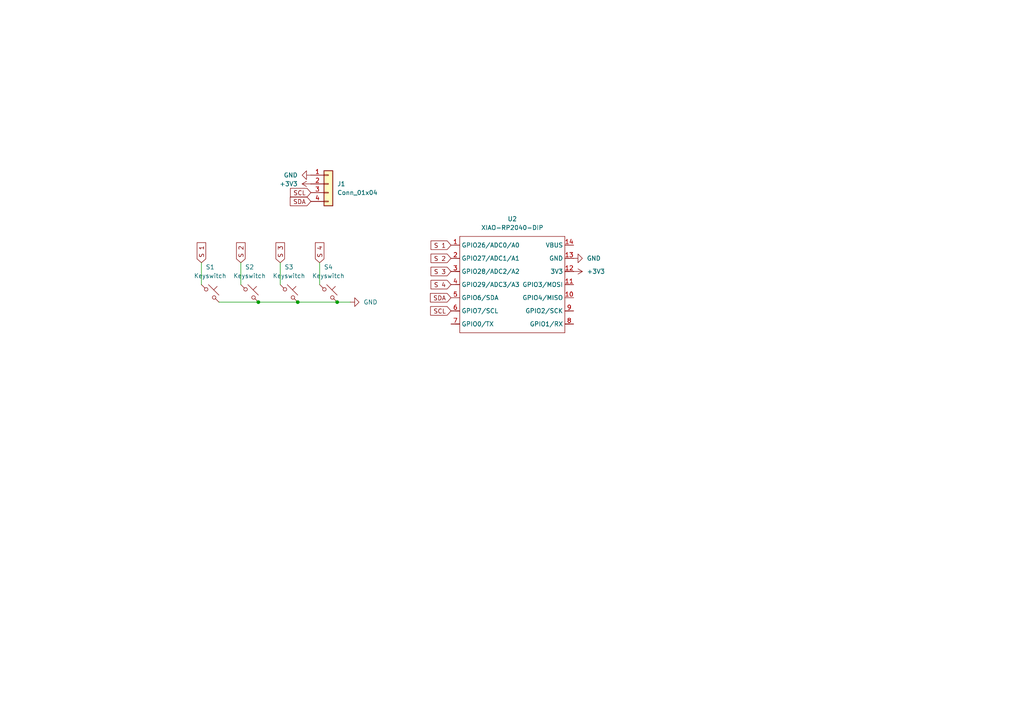
<source format=kicad_sch>
(kicad_sch
	(version 20250114)
	(generator "eeschema")
	(generator_version "9.0")
	(uuid "915d7380-e3df-4b7b-88f8-adf5db37ffc9")
	(paper "A4")
	(lib_symbols
		(symbol "Connector_Generic:Conn_01x04"
			(pin_names
				(offset 1.016)
				(hide yes)
			)
			(exclude_from_sim no)
			(in_bom yes)
			(on_board yes)
			(property "Reference" "J"
				(at 0 5.08 0)
				(effects
					(font
						(size 1.27 1.27)
					)
				)
			)
			(property "Value" "Conn_01x04"
				(at 0 -7.62 0)
				(effects
					(font
						(size 1.27 1.27)
					)
				)
			)
			(property "Footprint" ""
				(at 0 0 0)
				(effects
					(font
						(size 1.27 1.27)
					)
					(hide yes)
				)
			)
			(property "Datasheet" "~"
				(at 0 0 0)
				(effects
					(font
						(size 1.27 1.27)
					)
					(hide yes)
				)
			)
			(property "Description" "Generic connector, single row, 01x04, script generated (kicad-library-utils/schlib/autogen/connector/)"
				(at 0 0 0)
				(effects
					(font
						(size 1.27 1.27)
					)
					(hide yes)
				)
			)
			(property "ki_keywords" "connector"
				(at 0 0 0)
				(effects
					(font
						(size 1.27 1.27)
					)
					(hide yes)
				)
			)
			(property "ki_fp_filters" "Connector*:*_1x??_*"
				(at 0 0 0)
				(effects
					(font
						(size 1.27 1.27)
					)
					(hide yes)
				)
			)
			(symbol "Conn_01x04_1_1"
				(rectangle
					(start -1.27 3.81)
					(end 1.27 -6.35)
					(stroke
						(width 0.254)
						(type default)
					)
					(fill
						(type background)
					)
				)
				(rectangle
					(start -1.27 2.667)
					(end 0 2.413)
					(stroke
						(width 0.1524)
						(type default)
					)
					(fill
						(type none)
					)
				)
				(rectangle
					(start -1.27 0.127)
					(end 0 -0.127)
					(stroke
						(width 0.1524)
						(type default)
					)
					(fill
						(type none)
					)
				)
				(rectangle
					(start -1.27 -2.413)
					(end 0 -2.667)
					(stroke
						(width 0.1524)
						(type default)
					)
					(fill
						(type none)
					)
				)
				(rectangle
					(start -1.27 -4.953)
					(end 0 -5.207)
					(stroke
						(width 0.1524)
						(type default)
					)
					(fill
						(type none)
					)
				)
				(pin passive line
					(at -5.08 2.54 0)
					(length 3.81)
					(name "Pin_1"
						(effects
							(font
								(size 1.27 1.27)
							)
						)
					)
					(number "1"
						(effects
							(font
								(size 1.27 1.27)
							)
						)
					)
				)
				(pin passive line
					(at -5.08 0 0)
					(length 3.81)
					(name "Pin_2"
						(effects
							(font
								(size 1.27 1.27)
							)
						)
					)
					(number "2"
						(effects
							(font
								(size 1.27 1.27)
							)
						)
					)
				)
				(pin passive line
					(at -5.08 -2.54 0)
					(length 3.81)
					(name "Pin_3"
						(effects
							(font
								(size 1.27 1.27)
							)
						)
					)
					(number "3"
						(effects
							(font
								(size 1.27 1.27)
							)
						)
					)
				)
				(pin passive line
					(at -5.08 -5.08 0)
					(length 3.81)
					(name "Pin_4"
						(effects
							(font
								(size 1.27 1.27)
							)
						)
					)
					(number "4"
						(effects
							(font
								(size 1.27 1.27)
							)
						)
					)
				)
			)
			(embedded_fonts no)
		)
		(symbol "OPL:XIAO-RP2040-DIP"
			(exclude_from_sim no)
			(in_bom yes)
			(on_board yes)
			(property "Reference" "U"
				(at 0 0 0)
				(effects
					(font
						(size 1.27 1.27)
					)
				)
			)
			(property "Value" "XIAO-RP2040-DIP"
				(at 5.334 -1.778 0)
				(effects
					(font
						(size 1.27 1.27)
					)
				)
			)
			(property "Footprint" "Module:MOUDLE14P-XIAO-DIP-SMD"
				(at 14.478 -32.258 0)
				(effects
					(font
						(size 1.27 1.27)
					)
					(hide yes)
				)
			)
			(property "Datasheet" ""
				(at 0 0 0)
				(effects
					(font
						(size 1.27 1.27)
					)
					(hide yes)
				)
			)
			(property "Description" ""
				(at 0 0 0)
				(effects
					(font
						(size 1.27 1.27)
					)
					(hide yes)
				)
			)
			(symbol "XIAO-RP2040-DIP_1_0"
				(polyline
					(pts
						(xy -1.27 -2.54) (xy 29.21 -2.54)
					)
					(stroke
						(width 0.1524)
						(type solid)
					)
					(fill
						(type none)
					)
				)
				(polyline
					(pts
						(xy -1.27 -5.08) (xy -2.54 -5.08)
					)
					(stroke
						(width 0.1524)
						(type solid)
					)
					(fill
						(type none)
					)
				)
				(polyline
					(pts
						(xy -1.27 -5.08) (xy -1.27 -2.54)
					)
					(stroke
						(width 0.1524)
						(type solid)
					)
					(fill
						(type none)
					)
				)
				(polyline
					(pts
						(xy -1.27 -8.89) (xy -2.54 -8.89)
					)
					(stroke
						(width 0.1524)
						(type solid)
					)
					(fill
						(type none)
					)
				)
				(polyline
					(pts
						(xy -1.27 -8.89) (xy -1.27 -5.08)
					)
					(stroke
						(width 0.1524)
						(type solid)
					)
					(fill
						(type none)
					)
				)
				(polyline
					(pts
						(xy -1.27 -12.7) (xy -2.54 -12.7)
					)
					(stroke
						(width 0.1524)
						(type solid)
					)
					(fill
						(type none)
					)
				)
				(polyline
					(pts
						(xy -1.27 -12.7) (xy -1.27 -8.89)
					)
					(stroke
						(width 0.1524)
						(type solid)
					)
					(fill
						(type none)
					)
				)
				(polyline
					(pts
						(xy -1.27 -16.51) (xy -2.54 -16.51)
					)
					(stroke
						(width 0.1524)
						(type solid)
					)
					(fill
						(type none)
					)
				)
				(polyline
					(pts
						(xy -1.27 -16.51) (xy -1.27 -12.7)
					)
					(stroke
						(width 0.1524)
						(type solid)
					)
					(fill
						(type none)
					)
				)
				(polyline
					(pts
						(xy -1.27 -20.32) (xy -2.54 -20.32)
					)
					(stroke
						(width 0.1524)
						(type solid)
					)
					(fill
						(type none)
					)
				)
				(polyline
					(pts
						(xy -1.27 -24.13) (xy -2.54 -24.13)
					)
					(stroke
						(width 0.1524)
						(type solid)
					)
					(fill
						(type none)
					)
				)
				(polyline
					(pts
						(xy -1.27 -27.94) (xy -2.54 -27.94)
					)
					(stroke
						(width 0.1524)
						(type solid)
					)
					(fill
						(type none)
					)
				)
				(polyline
					(pts
						(xy -1.27 -30.48) (xy -1.27 -16.51)
					)
					(stroke
						(width 0.1524)
						(type solid)
					)
					(fill
						(type none)
					)
				)
				(polyline
					(pts
						(xy 29.21 -2.54) (xy 29.21 -5.08)
					)
					(stroke
						(width 0.1524)
						(type solid)
					)
					(fill
						(type none)
					)
				)
				(polyline
					(pts
						(xy 29.21 -5.08) (xy 29.21 -8.89)
					)
					(stroke
						(width 0.1524)
						(type solid)
					)
					(fill
						(type none)
					)
				)
				(polyline
					(pts
						(xy 29.21 -8.89) (xy 29.21 -12.7)
					)
					(stroke
						(width 0.1524)
						(type solid)
					)
					(fill
						(type none)
					)
				)
				(polyline
					(pts
						(xy 29.21 -12.7) (xy 29.21 -30.48)
					)
					(stroke
						(width 0.1524)
						(type solid)
					)
					(fill
						(type none)
					)
				)
				(polyline
					(pts
						(xy 29.21 -30.48) (xy -1.27 -30.48)
					)
					(stroke
						(width 0.1524)
						(type solid)
					)
					(fill
						(type none)
					)
				)
				(polyline
					(pts
						(xy 30.48 -5.08) (xy 29.21 -5.08)
					)
					(stroke
						(width 0.1524)
						(type solid)
					)
					(fill
						(type none)
					)
				)
				(polyline
					(pts
						(xy 30.48 -8.89) (xy 29.21 -8.89)
					)
					(stroke
						(width 0.1524)
						(type solid)
					)
					(fill
						(type none)
					)
				)
				(polyline
					(pts
						(xy 30.48 -12.7) (xy 29.21 -12.7)
					)
					(stroke
						(width 0.1524)
						(type solid)
					)
					(fill
						(type none)
					)
				)
				(polyline
					(pts
						(xy 30.48 -16.51) (xy 29.21 -16.51)
					)
					(stroke
						(width 0.1524)
						(type solid)
					)
					(fill
						(type none)
					)
				)
				(polyline
					(pts
						(xy 30.48 -20.32) (xy 29.21 -20.32)
					)
					(stroke
						(width 0.1524)
						(type solid)
					)
					(fill
						(type none)
					)
				)
				(polyline
					(pts
						(xy 30.48 -24.13) (xy 29.21 -24.13)
					)
					(stroke
						(width 0.1524)
						(type solid)
					)
					(fill
						(type none)
					)
				)
				(polyline
					(pts
						(xy 30.48 -27.94) (xy 29.21 -27.94)
					)
					(stroke
						(width 0.1524)
						(type solid)
					)
					(fill
						(type none)
					)
				)
				(pin passive line
					(at -3.81 -5.08 0)
					(length 2.54)
					(name "GPIO26/ADC0/A0"
						(effects
							(font
								(size 1.27 1.27)
							)
						)
					)
					(number "1"
						(effects
							(font
								(size 1.27 1.27)
							)
						)
					)
				)
				(pin passive line
					(at -3.81 -8.89 0)
					(length 2.54)
					(name "GPIO27/ADC1/A1"
						(effects
							(font
								(size 1.27 1.27)
							)
						)
					)
					(number "2"
						(effects
							(font
								(size 1.27 1.27)
							)
						)
					)
				)
				(pin passive line
					(at -3.81 -12.7 0)
					(length 2.54)
					(name "GPIO28/ADC2/A2"
						(effects
							(font
								(size 1.27 1.27)
							)
						)
					)
					(number "3"
						(effects
							(font
								(size 1.27 1.27)
							)
						)
					)
				)
				(pin passive line
					(at -3.81 -16.51 0)
					(length 2.54)
					(name "GPIO29/ADC3/A3"
						(effects
							(font
								(size 1.27 1.27)
							)
						)
					)
					(number "4"
						(effects
							(font
								(size 1.27 1.27)
							)
						)
					)
				)
				(pin passive line
					(at -3.81 -20.32 0)
					(length 2.54)
					(name "GPIO6/SDA"
						(effects
							(font
								(size 1.27 1.27)
							)
						)
					)
					(number "5"
						(effects
							(font
								(size 1.27 1.27)
							)
						)
					)
				)
				(pin passive line
					(at -3.81 -24.13 0)
					(length 2.54)
					(name "GPIO7/SCL"
						(effects
							(font
								(size 1.27 1.27)
							)
						)
					)
					(number "6"
						(effects
							(font
								(size 1.27 1.27)
							)
						)
					)
				)
				(pin passive line
					(at -3.81 -27.94 0)
					(length 2.54)
					(name "GPIO0/TX"
						(effects
							(font
								(size 1.27 1.27)
							)
						)
					)
					(number "7"
						(effects
							(font
								(size 1.27 1.27)
							)
						)
					)
				)
				(pin passive line
					(at 31.75 -5.08 180)
					(length 2.54)
					(name "VBUS"
						(effects
							(font
								(size 1.27 1.27)
							)
						)
					)
					(number "14"
						(effects
							(font
								(size 1.27 1.27)
							)
						)
					)
				)
				(pin passive line
					(at 31.75 -8.89 180)
					(length 2.54)
					(name "GND"
						(effects
							(font
								(size 1.27 1.27)
							)
						)
					)
					(number "13"
						(effects
							(font
								(size 1.27 1.27)
							)
						)
					)
				)
				(pin passive line
					(at 31.75 -12.7 180)
					(length 2.54)
					(name "3V3"
						(effects
							(font
								(size 1.27 1.27)
							)
						)
					)
					(number "12"
						(effects
							(font
								(size 1.27 1.27)
							)
						)
					)
				)
				(pin passive line
					(at 31.75 -16.51 180)
					(length 2.54)
					(name "GPIO3/MOSI"
						(effects
							(font
								(size 1.27 1.27)
							)
						)
					)
					(number "11"
						(effects
							(font
								(size 1.27 1.27)
							)
						)
					)
				)
				(pin passive line
					(at 31.75 -20.32 180)
					(length 2.54)
					(name "GPIO4/MISO"
						(effects
							(font
								(size 1.27 1.27)
							)
						)
					)
					(number "10"
						(effects
							(font
								(size 1.27 1.27)
							)
						)
					)
				)
				(pin passive line
					(at 31.75 -24.13 180)
					(length 2.54)
					(name "GPIO2/SCK"
						(effects
							(font
								(size 1.27 1.27)
							)
						)
					)
					(number "9"
						(effects
							(font
								(size 1.27 1.27)
							)
						)
					)
				)
				(pin passive line
					(at 31.75 -27.94 180)
					(length 2.54)
					(name "GPIO1/RX"
						(effects
							(font
								(size 1.27 1.27)
							)
						)
					)
					(number "8"
						(effects
							(font
								(size 1.27 1.27)
							)
						)
					)
				)
			)
			(embedded_fonts no)
		)
		(symbol "ScottoKeebs:Placeholder_Keyswitch"
			(pin_numbers
				(hide yes)
			)
			(pin_names
				(offset 1.016)
				(hide yes)
			)
			(exclude_from_sim no)
			(in_bom yes)
			(on_board yes)
			(property "Reference" "S"
				(at 3.048 1.016 0)
				(effects
					(font
						(size 1.27 1.27)
					)
					(justify left)
				)
			)
			(property "Value" "Keyswitch"
				(at 0 -3.81 0)
				(effects
					(font
						(size 1.27 1.27)
					)
				)
			)
			(property "Footprint" ""
				(at 0 0 0)
				(effects
					(font
						(size 1.27 1.27)
					)
					(hide yes)
				)
			)
			(property "Datasheet" "~"
				(at 0 0 0)
				(effects
					(font
						(size 1.27 1.27)
					)
					(hide yes)
				)
			)
			(property "Description" "Push button switch, normally open, two pins, 45° tilted"
				(at 0 0 0)
				(effects
					(font
						(size 1.27 1.27)
					)
					(hide yes)
				)
			)
			(property "ki_keywords" "switch normally-open pushbutton push-button"
				(at 0 0 0)
				(effects
					(font
						(size 1.27 1.27)
					)
					(hide yes)
				)
			)
			(symbol "Placeholder_Keyswitch_0_1"
				(polyline
					(pts
						(xy -2.54 2.54) (xy -1.524 1.524) (xy -1.524 1.524)
					)
					(stroke
						(width 0)
						(type default)
					)
					(fill
						(type none)
					)
				)
				(circle
					(center -1.1684 1.1684)
					(radius 0.508)
					(stroke
						(width 0)
						(type default)
					)
					(fill
						(type none)
					)
				)
				(polyline
					(pts
						(xy -0.508 2.54) (xy 2.54 -0.508)
					)
					(stroke
						(width 0)
						(type default)
					)
					(fill
						(type none)
					)
				)
				(polyline
					(pts
						(xy 1.016 1.016) (xy 2.032 2.032)
					)
					(stroke
						(width 0)
						(type default)
					)
					(fill
						(type none)
					)
				)
				(circle
					(center 1.143 -1.1938)
					(radius 0.508)
					(stroke
						(width 0)
						(type default)
					)
					(fill
						(type none)
					)
				)
				(polyline
					(pts
						(xy 1.524 -1.524) (xy 2.54 -2.54) (xy 2.54 -2.54) (xy 2.54 -2.54)
					)
					(stroke
						(width 0)
						(type default)
					)
					(fill
						(type none)
					)
				)
				(pin passive line
					(at -2.54 2.54 0)
					(length 0)
					(name "1"
						(effects
							(font
								(size 1.27 1.27)
							)
						)
					)
					(number "1"
						(effects
							(font
								(size 1.27 1.27)
							)
						)
					)
				)
				(pin passive line
					(at 2.54 -2.54 180)
					(length 0)
					(name "2"
						(effects
							(font
								(size 1.27 1.27)
							)
						)
					)
					(number "2"
						(effects
							(font
								(size 1.27 1.27)
							)
						)
					)
				)
			)
			(embedded_fonts no)
		)
		(symbol "power:+3V3"
			(power)
			(pin_numbers
				(hide yes)
			)
			(pin_names
				(offset 0)
				(hide yes)
			)
			(exclude_from_sim no)
			(in_bom yes)
			(on_board yes)
			(property "Reference" "#PWR"
				(at 0 -3.81 0)
				(effects
					(font
						(size 1.27 1.27)
					)
					(hide yes)
				)
			)
			(property "Value" "+3V3"
				(at 0 3.556 0)
				(effects
					(font
						(size 1.27 1.27)
					)
				)
			)
			(property "Footprint" ""
				(at 0 0 0)
				(effects
					(font
						(size 1.27 1.27)
					)
					(hide yes)
				)
			)
			(property "Datasheet" ""
				(at 0 0 0)
				(effects
					(font
						(size 1.27 1.27)
					)
					(hide yes)
				)
			)
			(property "Description" "Power symbol creates a global label with name \"+3V3\""
				(at 0 0 0)
				(effects
					(font
						(size 1.27 1.27)
					)
					(hide yes)
				)
			)
			(property "ki_keywords" "global power"
				(at 0 0 0)
				(effects
					(font
						(size 1.27 1.27)
					)
					(hide yes)
				)
			)
			(symbol "+3V3_0_1"
				(polyline
					(pts
						(xy -0.762 1.27) (xy 0 2.54)
					)
					(stroke
						(width 0)
						(type default)
					)
					(fill
						(type none)
					)
				)
				(polyline
					(pts
						(xy 0 2.54) (xy 0.762 1.27)
					)
					(stroke
						(width 0)
						(type default)
					)
					(fill
						(type none)
					)
				)
				(polyline
					(pts
						(xy 0 0) (xy 0 2.54)
					)
					(stroke
						(width 0)
						(type default)
					)
					(fill
						(type none)
					)
				)
			)
			(symbol "+3V3_1_1"
				(pin power_in line
					(at 0 0 90)
					(length 0)
					(name "~"
						(effects
							(font
								(size 1.27 1.27)
							)
						)
					)
					(number "1"
						(effects
							(font
								(size 1.27 1.27)
							)
						)
					)
				)
			)
			(embedded_fonts no)
		)
		(symbol "power:GND"
			(power)
			(pin_numbers
				(hide yes)
			)
			(pin_names
				(offset 0)
				(hide yes)
			)
			(exclude_from_sim no)
			(in_bom yes)
			(on_board yes)
			(property "Reference" "#PWR"
				(at 0 -6.35 0)
				(effects
					(font
						(size 1.27 1.27)
					)
					(hide yes)
				)
			)
			(property "Value" "GND"
				(at 0 -3.81 0)
				(effects
					(font
						(size 1.27 1.27)
					)
				)
			)
			(property "Footprint" ""
				(at 0 0 0)
				(effects
					(font
						(size 1.27 1.27)
					)
					(hide yes)
				)
			)
			(property "Datasheet" ""
				(at 0 0 0)
				(effects
					(font
						(size 1.27 1.27)
					)
					(hide yes)
				)
			)
			(property "Description" "Power symbol creates a global label with name \"GND\" , ground"
				(at 0 0 0)
				(effects
					(font
						(size 1.27 1.27)
					)
					(hide yes)
				)
			)
			(property "ki_keywords" "global power"
				(at 0 0 0)
				(effects
					(font
						(size 1.27 1.27)
					)
					(hide yes)
				)
			)
			(symbol "GND_0_1"
				(polyline
					(pts
						(xy 0 0) (xy 0 -1.27) (xy 1.27 -1.27) (xy 0 -2.54) (xy -1.27 -1.27) (xy 0 -1.27)
					)
					(stroke
						(width 0)
						(type default)
					)
					(fill
						(type none)
					)
				)
			)
			(symbol "GND_1_1"
				(pin power_in line
					(at 0 0 270)
					(length 0)
					(name "~"
						(effects
							(font
								(size 1.27 1.27)
							)
						)
					)
					(number "1"
						(effects
							(font
								(size 1.27 1.27)
							)
						)
					)
				)
			)
			(embedded_fonts no)
		)
	)
	(junction
		(at 86.36 87.63)
		(diameter 0)
		(color 0 0 0 0)
		(uuid "1e27ec34-706a-481f-baab-f1551ba1ab1c")
	)
	(junction
		(at 97.79 87.63)
		(diameter 0)
		(color 0 0 0 0)
		(uuid "31b82976-2ef7-4f55-a43c-e6269e8315b1")
	)
	(junction
		(at 74.93 87.63)
		(diameter 0)
		(color 0 0 0 0)
		(uuid "8c54afdf-8a50-4327-bfbd-aa94cbc8309f")
	)
	(wire
		(pts
			(xy 74.93 87.63) (xy 86.36 87.63)
		)
		(stroke
			(width 0)
			(type default)
		)
		(uuid "068ac120-20d4-46be-a483-30da4ef919fc")
	)
	(wire
		(pts
			(xy 58.42 76.2) (xy 58.42 82.55)
		)
		(stroke
			(width 0)
			(type default)
		)
		(uuid "19515590-6007-4298-a9fa-37296a625f08")
	)
	(wire
		(pts
			(xy 63.5 87.63) (xy 74.93 87.63)
		)
		(stroke
			(width 0)
			(type default)
		)
		(uuid "5bc4aa5e-2ade-49da-b843-fd80b1ef599d")
	)
	(wire
		(pts
			(xy 92.71 76.2) (xy 92.71 82.55)
		)
		(stroke
			(width 0)
			(type default)
		)
		(uuid "5da03e5f-5481-4e33-966b-51fba6194031")
	)
	(wire
		(pts
			(xy 69.85 76.2) (xy 69.85 82.55)
		)
		(stroke
			(width 0)
			(type default)
		)
		(uuid "795c90e8-7cb2-4c26-a36d-22ad6f3d9cea")
	)
	(wire
		(pts
			(xy 97.79 87.63) (xy 101.6 87.63)
		)
		(stroke
			(width 0)
			(type default)
		)
		(uuid "d7bb51cb-4b77-4a8e-8902-4c40ed0731c8")
	)
	(wire
		(pts
			(xy 86.36 87.63) (xy 97.79 87.63)
		)
		(stroke
			(width 0)
			(type default)
		)
		(uuid "e9846044-f20d-4b05-9894-03b734d28bc3")
	)
	(wire
		(pts
			(xy 81.28 76.2) (xy 81.28 82.55)
		)
		(stroke
			(width 0)
			(type default)
		)
		(uuid "f0c9903f-273c-45ba-98d8-7b659f28c9a2")
	)
	(global_label "SDA"
		(shape input)
		(at 130.81 86.36 180)
		(fields_autoplaced yes)
		(effects
			(font
				(size 1.27 1.27)
			)
			(justify right)
		)
		(uuid "2bfab5ad-07b6-4955-9452-b260a1784f1d")
		(property "Intersheetrefs" "${INTERSHEET_REFS}"
			(at 124.2567 86.36 0)
			(effects
				(font
					(size 1.27 1.27)
				)
				(justify right)
				(hide yes)
			)
		)
	)
	(global_label "SDA"
		(shape input)
		(at 90.17 58.42 180)
		(fields_autoplaced yes)
		(effects
			(font
				(size 1.27 1.27)
			)
			(justify right)
		)
		(uuid "44738134-943e-448e-b75e-7a7a088e0575")
		(property "Intersheetrefs" "${INTERSHEET_REFS}"
			(at 83.6167 58.42 0)
			(effects
				(font
					(size 1.27 1.27)
				)
				(justify right)
				(hide yes)
			)
		)
	)
	(global_label "S 3"
		(shape input)
		(at 130.81 78.74 180)
		(fields_autoplaced yes)
		(effects
			(font
				(size 1.27 1.27)
			)
			(justify right)
		)
		(uuid "509b0bc0-5650-4040-83b3-7ec357e7e3ea")
		(property "Intersheetrefs" "${INTERSHEET_REFS}"
			(at 124.4382 78.74 0)
			(effects
				(font
					(size 1.27 1.27)
				)
				(justify right)
				(hide yes)
			)
		)
	)
	(global_label "SCL"
		(shape input)
		(at 90.17 55.88 180)
		(fields_autoplaced yes)
		(effects
			(font
				(size 1.27 1.27)
			)
			(justify right)
		)
		(uuid "51d6dfe6-9b98-4980-bd17-9f159726e797")
		(property "Intersheetrefs" "${INTERSHEET_REFS}"
			(at 83.6772 55.88 0)
			(effects
				(font
					(size 1.27 1.27)
				)
				(justify right)
				(hide yes)
			)
		)
	)
	(global_label "S 1"
		(shape input)
		(at 58.42 76.2 90)
		(fields_autoplaced yes)
		(effects
			(font
				(size 1.27 1.27)
			)
			(justify left)
		)
		(uuid "851bdc95-13ca-4bb4-ad84-b8589c6da5e4")
		(property "Intersheetrefs" "${INTERSHEET_REFS}"
			(at 58.42 69.8282 90)
			(effects
				(font
					(size 1.27 1.27)
				)
				(justify left)
				(hide yes)
			)
		)
	)
	(global_label "S 3"
		(shape input)
		(at 81.28 76.2 90)
		(fields_autoplaced yes)
		(effects
			(font
				(size 1.27 1.27)
			)
			(justify left)
		)
		(uuid "863dfdb2-fa83-4215-852d-ed75b0fd4cec")
		(property "Intersheetrefs" "${INTERSHEET_REFS}"
			(at 81.28 69.8282 90)
			(effects
				(font
					(size 1.27 1.27)
				)
				(justify left)
				(hide yes)
			)
		)
	)
	(global_label "S 4"
		(shape input)
		(at 130.81 82.55 180)
		(fields_autoplaced yes)
		(effects
			(font
				(size 1.27 1.27)
			)
			(justify right)
		)
		(uuid "8fdb70bc-eac9-4307-8a2a-eac3a952b792")
		(property "Intersheetrefs" "${INTERSHEET_REFS}"
			(at 124.4382 82.55 0)
			(effects
				(font
					(size 1.27 1.27)
				)
				(justify right)
				(hide yes)
			)
		)
	)
	(global_label "S 4"
		(shape input)
		(at 92.71 76.2 90)
		(fields_autoplaced yes)
		(effects
			(font
				(size 1.27 1.27)
			)
			(justify left)
		)
		(uuid "ba4dcc8d-4a3f-47b3-b8b9-035c158c16ca")
		(property "Intersheetrefs" "${INTERSHEET_REFS}"
			(at 92.71 69.8282 90)
			(effects
				(font
					(size 1.27 1.27)
				)
				(justify left)
				(hide yes)
			)
		)
	)
	(global_label "SCL"
		(shape input)
		(at 130.81 90.17 180)
		(effects
			(font
				(size 1.27 1.27)
			)
			(justify right)
		)
		(uuid "bc9ae2d6-f58c-4504-8266-97f81404a879")
		(property "Intersheetrefs" "${INTERSHEET_REFS}"
			(at 110.3472 91.44 0)
			(effects
				(font
					(size 1.27 1.27)
				)
				(justify right)
				(hide yes)
			)
		)
	)
	(global_label "S 2"
		(shape input)
		(at 69.85 76.2 90)
		(fields_autoplaced yes)
		(effects
			(font
				(size 1.27 1.27)
			)
			(justify left)
		)
		(uuid "d941e9bc-4835-46e8-8bc1-dc4e0a99bfb6")
		(property "Intersheetrefs" "${INTERSHEET_REFS}"
			(at 69.85 69.8282 90)
			(effects
				(font
					(size 1.27 1.27)
				)
				(justify left)
				(hide yes)
			)
		)
	)
	(global_label "S 1"
		(shape input)
		(at 130.81 71.12 180)
		(fields_autoplaced yes)
		(effects
			(font
				(size 1.27 1.27)
			)
			(justify right)
		)
		(uuid "e51c53b5-8da8-416d-80c4-1f38950bb383")
		(property "Intersheetrefs" "${INTERSHEET_REFS}"
			(at 124.4382 71.12 0)
			(effects
				(font
					(size 1.27 1.27)
				)
				(justify right)
				(hide yes)
			)
		)
	)
	(global_label "S 2"
		(shape input)
		(at 130.81 74.93 180)
		(fields_autoplaced yes)
		(effects
			(font
				(size 1.27 1.27)
			)
			(justify right)
		)
		(uuid "ff6b669d-0fe5-4cc5-8f6f-3412200a92a7")
		(property "Intersheetrefs" "${INTERSHEET_REFS}"
			(at 124.4382 74.93 0)
			(effects
				(font
					(size 1.27 1.27)
				)
				(justify right)
				(hide yes)
			)
		)
	)
	(symbol
		(lib_id "power:GND")
		(at 166.37 74.93 90)
		(unit 1)
		(exclude_from_sim no)
		(in_bom yes)
		(on_board yes)
		(dnp no)
		(fields_autoplaced yes)
		(uuid "02f06c04-9118-463c-8bf0-a055e3f6e022")
		(property "Reference" "#PWR04"
			(at 172.72 74.93 0)
			(effects
				(font
					(size 1.27 1.27)
				)
				(hide yes)
			)
		)
		(property "Value" "GND"
			(at 170.18 74.9299 90)
			(effects
				(font
					(size 1.27 1.27)
				)
				(justify right)
			)
		)
		(property "Footprint" ""
			(at 166.37 74.93 0)
			(effects
				(font
					(size 1.27 1.27)
				)
				(hide yes)
			)
		)
		(property "Datasheet" ""
			(at 166.37 74.93 0)
			(effects
				(font
					(size 1.27 1.27)
				)
				(hide yes)
			)
		)
		(property "Description" "Power symbol creates a global label with name \"GND\" , ground"
			(at 166.37 74.93 0)
			(effects
				(font
					(size 1.27 1.27)
				)
				(hide yes)
			)
		)
		(pin "1"
			(uuid "963f9434-b575-426b-ae13-df6c63434ec1")
		)
		(instances
			(project "Hack Pad PCB"
				(path "/915d7380-e3df-4b7b-88f8-adf5db37ffc9"
					(reference "#PWR04")
					(unit 1)
				)
			)
		)
	)
	(symbol
		(lib_id "ScottoKeebs:Placeholder_Keyswitch")
		(at 95.25 85.09 0)
		(unit 1)
		(exclude_from_sim no)
		(in_bom yes)
		(on_board yes)
		(dnp no)
		(fields_autoplaced yes)
		(uuid "2441806b-6cbe-4385-b475-ff29bdf95d4a")
		(property "Reference" "S4"
			(at 95.25 77.47 0)
			(effects
				(font
					(size 1.27 1.27)
				)
			)
		)
		(property "Value" "Keyswitch"
			(at 95.25 80.01 0)
			(effects
				(font
					(size 1.27 1.27)
				)
			)
		)
		(property "Footprint" "ScottoKeebs_MX:MX_PCB_1.00u"
			(at 95.25 85.09 0)
			(effects
				(font
					(size 1.27 1.27)
				)
				(hide yes)
			)
		)
		(property "Datasheet" "~"
			(at 95.25 85.09 0)
			(effects
				(font
					(size 1.27 1.27)
				)
				(hide yes)
			)
		)
		(property "Description" "Push button switch, normally open, two pins, 45° tilted"
			(at 95.25 85.09 0)
			(effects
				(font
					(size 1.27 1.27)
				)
				(hide yes)
			)
		)
		(pin "2"
			(uuid "53beb65b-d618-496c-86e8-078531bede00")
		)
		(pin "1"
			(uuid "acf128b6-a948-41d3-943b-5cd667031fa6")
		)
		(instances
			(project "Hack Pad PCB"
				(path "/915d7380-e3df-4b7b-88f8-adf5db37ffc9"
					(reference "S4")
					(unit 1)
				)
			)
		)
	)
	(symbol
		(lib_id "ScottoKeebs:Placeholder_Keyswitch")
		(at 72.39 85.09 0)
		(unit 1)
		(exclude_from_sim no)
		(in_bom yes)
		(on_board yes)
		(dnp no)
		(fields_autoplaced yes)
		(uuid "361381fd-e3b1-4af4-b026-bb7b335edbb8")
		(property "Reference" "S2"
			(at 72.39 77.47 0)
			(effects
				(font
					(size 1.27 1.27)
				)
			)
		)
		(property "Value" "Keyswitch"
			(at 72.39 80.01 0)
			(effects
				(font
					(size 1.27 1.27)
				)
			)
		)
		(property "Footprint" "ScottoKeebs_MX:MX_PCB_1.00u"
			(at 72.39 85.09 0)
			(effects
				(font
					(size 1.27 1.27)
				)
				(hide yes)
			)
		)
		(property "Datasheet" "~"
			(at 72.39 85.09 0)
			(effects
				(font
					(size 1.27 1.27)
				)
				(hide yes)
			)
		)
		(property "Description" "Push button switch, normally open, two pins, 45° tilted"
			(at 72.39 85.09 0)
			(effects
				(font
					(size 1.27 1.27)
				)
				(hide yes)
			)
		)
		(pin "2"
			(uuid "083c3b37-7624-460b-b4ed-e50e15eed37c")
		)
		(pin "1"
			(uuid "e4c47ec0-122b-428b-8b12-d5b1451b13cd")
		)
		(instances
			(project "Hack Pad PCB"
				(path "/915d7380-e3df-4b7b-88f8-adf5db37ffc9"
					(reference "S2")
					(unit 1)
				)
			)
		)
	)
	(symbol
		(lib_id "ScottoKeebs:Placeholder_Keyswitch")
		(at 60.96 85.09 0)
		(unit 1)
		(exclude_from_sim no)
		(in_bom yes)
		(on_board yes)
		(dnp no)
		(fields_autoplaced yes)
		(uuid "3ac56433-0b6c-49cd-b96d-0f16af250215")
		(property "Reference" "S1"
			(at 60.96 77.47 0)
			(effects
				(font
					(size 1.27 1.27)
				)
			)
		)
		(property "Value" "Keyswitch"
			(at 60.96 80.01 0)
			(effects
				(font
					(size 1.27 1.27)
				)
			)
		)
		(property "Footprint" "ScottoKeebs_MX:MX_PCB_1.00u"
			(at 60.96 85.09 0)
			(effects
				(font
					(size 1.27 1.27)
				)
				(hide yes)
			)
		)
		(property "Datasheet" "~"
			(at 60.96 85.09 0)
			(effects
				(font
					(size 1.27 1.27)
				)
				(hide yes)
			)
		)
		(property "Description" "Push button switch, normally open, two pins, 45° tilted"
			(at 60.96 85.09 0)
			(effects
				(font
					(size 1.27 1.27)
				)
				(hide yes)
			)
		)
		(pin "2"
			(uuid "bf81113e-088a-4782-8fb2-26ab96c7e13e")
		)
		(pin "1"
			(uuid "b203d4e4-4206-4267-b976-88501e665dc1")
		)
		(instances
			(project ""
				(path "/915d7380-e3df-4b7b-88f8-adf5db37ffc9"
					(reference "S1")
					(unit 1)
				)
			)
		)
	)
	(symbol
		(lib_id "power:GND")
		(at 101.6 87.63 90)
		(unit 1)
		(exclude_from_sim no)
		(in_bom yes)
		(on_board yes)
		(dnp no)
		(fields_autoplaced yes)
		(uuid "4b73d80b-f789-4c42-b831-8d73c1a48ab9")
		(property "Reference" "#PWR03"
			(at 107.95 87.63 0)
			(effects
				(font
					(size 1.27 1.27)
				)
				(hide yes)
			)
		)
		(property "Value" "GND"
			(at 105.41 87.6299 90)
			(effects
				(font
					(size 1.27 1.27)
				)
				(justify right)
			)
		)
		(property "Footprint" ""
			(at 101.6 87.63 0)
			(effects
				(font
					(size 1.27 1.27)
				)
				(hide yes)
			)
		)
		(property "Datasheet" ""
			(at 101.6 87.63 0)
			(effects
				(font
					(size 1.27 1.27)
				)
				(hide yes)
			)
		)
		(property "Description" "Power symbol creates a global label with name \"GND\" , ground"
			(at 101.6 87.63 0)
			(effects
				(font
					(size 1.27 1.27)
				)
				(hide yes)
			)
		)
		(pin "1"
			(uuid "a3137b89-f85b-4e24-ac20-93ecdd7aad99")
		)
		(instances
			(project ""
				(path "/915d7380-e3df-4b7b-88f8-adf5db37ffc9"
					(reference "#PWR03")
					(unit 1)
				)
			)
		)
	)
	(symbol
		(lib_id "Connector_Generic:Conn_01x04")
		(at 95.25 53.34 0)
		(unit 1)
		(exclude_from_sim no)
		(in_bom yes)
		(on_board yes)
		(dnp no)
		(fields_autoplaced yes)
		(uuid "57b9f252-47e2-4761-99ef-3b71547ed80a")
		(property "Reference" "J1"
			(at 97.79 53.3399 0)
			(effects
				(font
					(size 1.27 1.27)
				)
				(justify left)
			)
		)
		(property "Value" "Conn_01x04"
			(at 97.79 55.8799 0)
			(effects
				(font
					(size 1.27 1.27)
				)
				(justify left)
			)
		)
		(property "Footprint" "0.91 OLED Display:SSD1306-0.91-OLED-4pin-128x32"
			(at 95.25 53.34 0)
			(effects
				(font
					(size 1.27 1.27)
				)
				(hide yes)
			)
		)
		(property "Datasheet" "~"
			(at 95.25 53.34 0)
			(effects
				(font
					(size 1.27 1.27)
				)
				(hide yes)
			)
		)
		(property "Description" "Generic connector, single row, 01x04, script generated (kicad-library-utils/schlib/autogen/connector/)"
			(at 95.25 53.34 0)
			(effects
				(font
					(size 1.27 1.27)
				)
				(hide yes)
			)
		)
		(pin "1"
			(uuid "2ab06170-7cad-40c4-9028-e76c8b1fa8d4")
		)
		(pin "2"
			(uuid "21f1257c-b763-4f83-8aae-658ef3b136b5")
		)
		(pin "3"
			(uuid "13951a3d-f15f-43bb-a6fb-81c9ef3ebbea")
		)
		(pin "4"
			(uuid "cfd3ad86-93cc-4bd5-a03c-d6c2acae9992")
		)
		(instances
			(project ""
				(path "/915d7380-e3df-4b7b-88f8-adf5db37ffc9"
					(reference "J1")
					(unit 1)
				)
			)
		)
	)
	(symbol
		(lib_id "ScottoKeebs:Placeholder_Keyswitch")
		(at 83.82 85.09 0)
		(unit 1)
		(exclude_from_sim no)
		(in_bom yes)
		(on_board yes)
		(dnp no)
		(fields_autoplaced yes)
		(uuid "6685d294-cf4f-4e20-b3e9-10adfb4bebc0")
		(property "Reference" "S3"
			(at 83.82 77.47 0)
			(effects
				(font
					(size 1.27 1.27)
				)
			)
		)
		(property "Value" "Keyswitch"
			(at 83.82 80.01 0)
			(effects
				(font
					(size 1.27 1.27)
				)
			)
		)
		(property "Footprint" "ScottoKeebs_MX:MX_PCB_1.00u"
			(at 83.82 85.09 0)
			(effects
				(font
					(size 1.27 1.27)
				)
				(hide yes)
			)
		)
		(property "Datasheet" "~"
			(at 83.82 85.09 0)
			(effects
				(font
					(size 1.27 1.27)
				)
				(hide yes)
			)
		)
		(property "Description" "Push button switch, normally open, two pins, 45° tilted"
			(at 83.82 85.09 0)
			(effects
				(font
					(size 1.27 1.27)
				)
				(hide yes)
			)
		)
		(pin "2"
			(uuid "1267fae1-9713-4471-8c0f-f1cedf649e51")
		)
		(pin "1"
			(uuid "a3fef9de-3cc4-4519-8be5-c94d05ce7d57")
		)
		(instances
			(project "Hack Pad PCB"
				(path "/915d7380-e3df-4b7b-88f8-adf5db37ffc9"
					(reference "S3")
					(unit 1)
				)
			)
		)
	)
	(symbol
		(lib_id "power:+3V3")
		(at 166.37 78.74 270)
		(unit 1)
		(exclude_from_sim no)
		(in_bom yes)
		(on_board yes)
		(dnp no)
		(fields_autoplaced yes)
		(uuid "96eedcfb-84c4-4eeb-84a0-288ce0eff9e8")
		(property "Reference" "#PWR01"
			(at 162.56 78.74 0)
			(effects
				(font
					(size 1.27 1.27)
				)
				(hide yes)
			)
		)
		(property "Value" "+3V3"
			(at 170.18 78.7399 90)
			(effects
				(font
					(size 1.27 1.27)
				)
				(justify left)
			)
		)
		(property "Footprint" ""
			(at 166.37 78.74 0)
			(effects
				(font
					(size 1.27 1.27)
				)
				(hide yes)
			)
		)
		(property "Datasheet" ""
			(at 166.37 78.74 0)
			(effects
				(font
					(size 1.27 1.27)
				)
				(hide yes)
			)
		)
		(property "Description" "Power symbol creates a global label with name \"+3V3\""
			(at 166.37 78.74 0)
			(effects
				(font
					(size 1.27 1.27)
				)
				(hide yes)
			)
		)
		(pin "1"
			(uuid "35d4764b-2df5-46c7-8796-6b4e6576ff8b")
		)
		(instances
			(project "PotatoPad PCB"
				(path "/915d7380-e3df-4b7b-88f8-adf5db37ffc9"
					(reference "#PWR01")
					(unit 1)
				)
			)
		)
	)
	(symbol
		(lib_id "OPL:XIAO-RP2040-DIP")
		(at 134.62 66.04 0)
		(unit 1)
		(exclude_from_sim no)
		(in_bom yes)
		(on_board yes)
		(dnp no)
		(fields_autoplaced yes)
		(uuid "97761be6-9457-4449-8f6a-4fe4b29a1e36")
		(property "Reference" "U2"
			(at 148.59 63.5 0)
			(effects
				(font
					(size 1.27 1.27)
				)
			)
		)
		(property "Value" "XIAO-RP2040-DIP"
			(at 148.59 66.04 0)
			(effects
				(font
					(size 1.27 1.27)
				)
			)
		)
		(property "Footprint" "OPL:XIAO-RP2040-DIP"
			(at 149.098 98.298 0)
			(effects
				(font
					(size 1.27 1.27)
				)
				(hide yes)
			)
		)
		(property "Datasheet" ""
			(at 134.62 66.04 0)
			(effects
				(font
					(size 1.27 1.27)
				)
				(hide yes)
			)
		)
		(property "Description" ""
			(at 134.62 66.04 0)
			(effects
				(font
					(size 1.27 1.27)
				)
				(hide yes)
			)
		)
		(pin "1"
			(uuid "f640bfbf-e93c-4c6d-8a80-a1862ad4d093")
		)
		(pin "12"
			(uuid "6a86de1f-fcad-4f68-a1df-3db85538026a")
		)
		(pin "6"
			(uuid "0122248d-b3b1-48ab-8f1d-eab035aa26f3")
		)
		(pin "14"
			(uuid "6dac390d-1d4b-4cc6-989e-f7ed1cdf23a3")
		)
		(pin "10"
			(uuid "ad08a276-d704-4a95-ad46-885ca505c68c")
		)
		(pin "2"
			(uuid "29bd9071-28c3-4bd6-ae7b-5c60efa1d833")
		)
		(pin "4"
			(uuid "29003575-1896-4188-82c2-7d1da787fc70")
		)
		(pin "5"
			(uuid "c055f152-43ae-489e-8ab8-bb1bfbb03c5a")
		)
		(pin "7"
			(uuid "8e5a6d32-37c7-4497-9016-e31fd2bb77b9")
		)
		(pin "13"
			(uuid "c8d07ad1-95b7-4c6a-ad59-d9a6d96c06f5")
		)
		(pin "11"
			(uuid "421d5b1b-b77d-4974-af74-bd370f59f839")
		)
		(pin "3"
			(uuid "3dbf3519-a23e-4733-988a-933bbc37eebf")
		)
		(pin "9"
			(uuid "c8d2704b-4ca8-4cf5-81cc-d09a9d08ba29")
		)
		(pin "8"
			(uuid "e94473a8-d284-4ac4-8543-fc942a6c3c56")
		)
		(instances
			(project ""
				(path "/915d7380-e3df-4b7b-88f8-adf5db37ffc9"
					(reference "U2")
					(unit 1)
				)
			)
		)
	)
	(symbol
		(lib_id "power:GND")
		(at 90.17 50.8 270)
		(unit 1)
		(exclude_from_sim no)
		(in_bom yes)
		(on_board yes)
		(dnp no)
		(fields_autoplaced yes)
		(uuid "bcb41706-a04f-413a-a806-44d55274ec73")
		(property "Reference" "#PWR05"
			(at 83.82 50.8 0)
			(effects
				(font
					(size 1.27 1.27)
				)
				(hide yes)
			)
		)
		(property "Value" "GND"
			(at 86.36 50.7999 90)
			(effects
				(font
					(size 1.27 1.27)
				)
				(justify right)
			)
		)
		(property "Footprint" ""
			(at 90.17 50.8 0)
			(effects
				(font
					(size 1.27 1.27)
				)
				(hide yes)
			)
		)
		(property "Datasheet" ""
			(at 90.17 50.8 0)
			(effects
				(font
					(size 1.27 1.27)
				)
				(hide yes)
			)
		)
		(property "Description" "Power symbol creates a global label with name \"GND\" , ground"
			(at 90.17 50.8 0)
			(effects
				(font
					(size 1.27 1.27)
				)
				(hide yes)
			)
		)
		(pin "1"
			(uuid "0c044dd6-61c3-4cee-bc7d-57e56e9536ab")
		)
		(instances
			(project "Hack Pad PCB"
				(path "/915d7380-e3df-4b7b-88f8-adf5db37ffc9"
					(reference "#PWR05")
					(unit 1)
				)
			)
		)
	)
	(symbol
		(lib_id "power:+3V3")
		(at 90.17 53.34 90)
		(unit 1)
		(exclude_from_sim no)
		(in_bom yes)
		(on_board yes)
		(dnp no)
		(fields_autoplaced yes)
		(uuid "ea7bc2ce-3f32-43e7-8ab2-647f341af745")
		(property "Reference" "#PWR06"
			(at 93.98 53.34 0)
			(effects
				(font
					(size 1.27 1.27)
				)
				(hide yes)
			)
		)
		(property "Value" "+3V3"
			(at 86.36 53.3399 90)
			(effects
				(font
					(size 1.27 1.27)
				)
				(justify left)
			)
		)
		(property "Footprint" ""
			(at 90.17 53.34 0)
			(effects
				(font
					(size 1.27 1.27)
				)
				(hide yes)
			)
		)
		(property "Datasheet" ""
			(at 90.17 53.34 0)
			(effects
				(font
					(size 1.27 1.27)
				)
				(hide yes)
			)
		)
		(property "Description" "Power symbol creates a global label with name \"+3V3\""
			(at 90.17 53.34 0)
			(effects
				(font
					(size 1.27 1.27)
				)
				(hide yes)
			)
		)
		(pin "1"
			(uuid "c6c1d9af-8f9d-4e2e-92a1-d9f0e0ab8cf5")
		)
		(instances
			(project ""
				(path "/915d7380-e3df-4b7b-88f8-adf5db37ffc9"
					(reference "#PWR06")
					(unit 1)
				)
			)
		)
	)
	(sheet_instances
		(path "/"
			(page "1")
		)
	)
	(embedded_fonts no)
)

</source>
